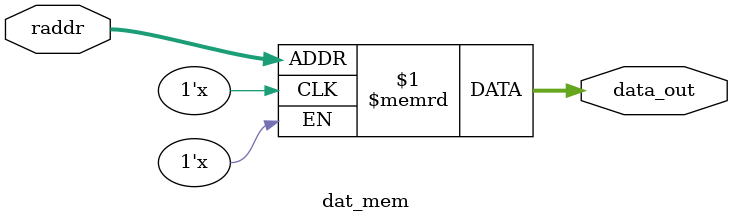
<source format=sv>
module dat_mem #(parameter W=8, byte_count=16)(
  input  [$clog2(byte_count)-1:0] raddr,     // read pointer
  output  [ W-1:0]                data_out
    );

// W bits wide [W-1:0] and byte_count registers deep 	 
logic [W-1:0] core[byte_count];	 

// also memory write address pointer (how many bits?),
//	read address pointer,
//  8-bit-wide data out,
// memory core contents
//   operands test bench provides to you
// [0]     = preamble length   (max 12 characters)
// [1]     = feedback taps in bits [4:0]   
// [2]     = LFSR starting state in bits [4:0]

// combinational reads 
assign data_out = core[raddr] ;	 

endmodule

</source>
